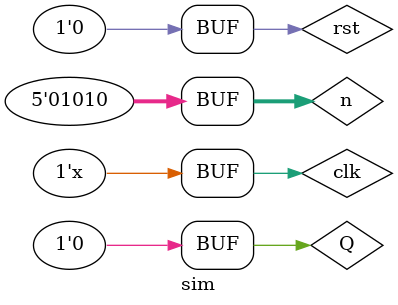
<source format=v>
`timescale 1ns / 1ps


module sim(

    );
    reg clk = 1'b0;
    reg rst = 1'b1;
    // Éú³ÉÊ±ÖÓÂö³å£¬ÖÜÆÚÎª20ns
    always
        #10 clk = ~clk;
    // ³õÊ¼»¯reset
    initial
        #15 rst = 1'b0;
    
    reg[4:0] n = 5'b01010;      // ´ý¼ÆËãÎÊÌâµÄn
    reg Q = 1'b0;               // FiboÎª0£¬CumSumÎª1
    wire[15:0] result;          // ¼ÆËã½á¹û
    
    // ×¢Òâ£º´Ë´¦Òª½«topÖÐµÄtest¶Ë¿ÚÈ¥µô×¢ÊÍ£¡
    // Ô­ÒòÊÇÊµ¼ÊÐ´µ½°å×ÓÉÏ²»ÐèÒªÕâ½á¹û£¬µ«²»·ÖÅä¸øËûÊä³ö
    // ÓÖÎÞ·¨Éú³É±ÈÌØÁ÷¡£
    top mytop(clk,rst,n,Q,result);
    
     
endmodule

</source>
